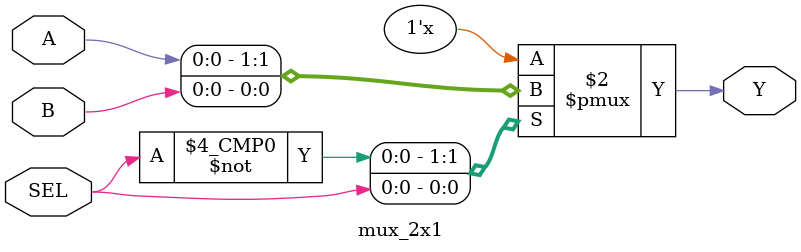
<source format=v>
module mux_2x1(                  
  input A, B, 
  input SEL,
  output reg Y
);
  
  always @ (*) 
    begin
    case (SEL)
      1'b0: Y <= A; // if sel is 0 select A input
      1'b1: Y <= B; // if sel is 1 select B input
      default: Y <= 0;
    endcase
  end
endmodule

</source>
